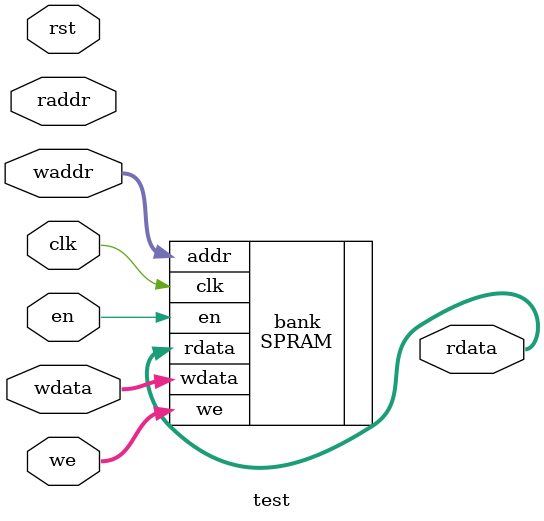
<source format=sv>
module test(
	input logic clk,
	input logic rst,
	input logic  en,
	input logic [3: 0] we,
	input logic [5: 0] raddr,
	input logic [5: 0] waddr,
	input logic [31: 0] wdata,
	output logic [31: 0] rdata
);
	/* sky130_sram_1rw1r_80x64_8 ram( */
	/* 	.clk0(clk), */
	/* 	.csb0(!rst), */
	/* 	.web0(!we), */
	/* 	.wmask0(wmask), */
	/* 	.addr0(waddr), */
	/* 	.din0(wdata), */
	/* 	.dout0(rdata[79: 0]), */
	/* 	.clk1(clk), */
	/* 	.csb1(!rst), */
	/* 	.addr1(raddr), */
	/* 	.dout1(rdata[159: 80]) */
	/* ); */
	// MPRAM #(
	// 	.WIDTH(32),
	// 	.DEPTH(64),
	// 	.READ_PORT(1),
	// 	.WRITE_PORT(1),
	// 	.RW_PORT(0),
	// 	.RESET(0),
	// 	.BYTE_WRITE(1)
	// ) ram (
	// 	.*,
	// 	.ready()
	// );
	SPRAM #(
		.WIDTH(32),
		.DEPTH(64),
		.READ_LATENCY(1),
		.BYTE_WRITE(1)
	) bank (
		.clk(clk),
		.en(en),
		.addr(waddr),
		.we(we),
		.wdata(wdata),
		.rdata(rdata)
	);
endmodule

// module ramb(clk, we, en, addr, di, do, en1, addr1, do1);
// parameter ADDR_WIDTH = 2;
// parameter DATA_WIDTH = 1;
// input logic clk;
// input logic we;
// input logic en;
// input logic [ADDR_WIDTH-1:0] addr;
// input logic [DATA_WIDTH:0] di;
// output logic [DATA_WIDTH-1:0] do;
// input logic en1;
// input logic [ADDR_WIDTH-1: 0] addr1;
// output logic [DATA_WIDTH-1: 0] do1;
// logic [DATA_WIDTH-1:0] RAM [(1<<ADDR_WIDTH)-1:0];
// always @(posedge clk) begin
//     if (we1)
//         RAM[addr] <= di;
// 	if(en)
// 		do <= RAM[addr];
// 	if(en1)
// 		do1 <= RAM[addr1];
// end
// endmodule

</source>
